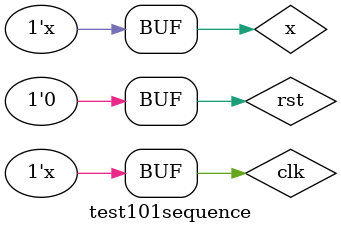
<source format=v>
`timescale 1ns / 1ps
module test101sequence;
reg clk,rst,x;
wire y;
sequence_detector DUT(
.clk(clk),
.rst(rst),
.x(x),
.y(y));
initial begin
x=0;clk=0;rst=1;#20;rst=0;
end
always #5 clk =~clk;
always #10 x=~x;
endmodule
</source>
